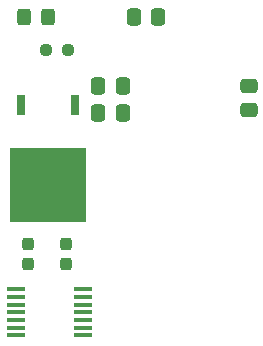
<source format=gbr>
%TF.GenerationSoftware,KiCad,Pcbnew,(7.0.0-0)*%
%TF.CreationDate,2023-10-07T19:29:10-07:00*%
%TF.ProjectId,tiny_rocket_av_bay,74696e79-5f72-46f6-936b-65745f61765f,rev?*%
%TF.SameCoordinates,Original*%
%TF.FileFunction,Paste,Bot*%
%TF.FilePolarity,Positive*%
%FSLAX46Y46*%
G04 Gerber Fmt 4.6, Leading zero omitted, Abs format (unit mm)*
G04 Created by KiCad (PCBNEW (7.0.0-0)) date 2023-10-07 19:29:10*
%MOMM*%
%LPD*%
G01*
G04 APERTURE LIST*
G04 Aperture macros list*
%AMRoundRect*
0 Rectangle with rounded corners*
0 $1 Rounding radius*
0 $2 $3 $4 $5 $6 $7 $8 $9 X,Y pos of 4 corners*
0 Add a 4 corners polygon primitive as box body*
4,1,4,$2,$3,$4,$5,$6,$7,$8,$9,$2,$3,0*
0 Add four circle primitives for the rounded corners*
1,1,$1+$1,$2,$3*
1,1,$1+$1,$4,$5*
1,1,$1+$1,$6,$7*
1,1,$1+$1,$8,$9*
0 Add four rect primitives between the rounded corners*
20,1,$1+$1,$2,$3,$4,$5,0*
20,1,$1+$1,$4,$5,$6,$7,0*
20,1,$1+$1,$6,$7,$8,$9,0*
20,1,$1+$1,$8,$9,$2,$3,0*%
G04 Aperture macros list end*
%ADD10R,0.711200X1.701800*%
%ADD11R,6.553200X6.223000*%
%ADD12RoundRect,0.250000X-0.337500X-0.475000X0.337500X-0.475000X0.337500X0.475000X-0.337500X0.475000X0*%
%ADD13RoundRect,0.237500X-0.237500X0.300000X-0.237500X-0.300000X0.237500X-0.300000X0.237500X0.300000X0*%
%ADD14RoundRect,0.250000X-0.475000X0.337500X-0.475000X-0.337500X0.475000X-0.337500X0.475000X0.337500X0*%
%ADD15RoundRect,0.237500X0.250000X0.237500X-0.250000X0.237500X-0.250000X-0.237500X0.250000X-0.237500X0*%
%ADD16RoundRect,0.100000X0.687500X0.100000X-0.687500X0.100000X-0.687500X-0.100000X0.687500X-0.100000X0*%
%ADD17RoundRect,0.250000X0.325000X0.450000X-0.325000X0.450000X-0.325000X-0.450000X0.325000X-0.450000X0*%
%ADD18RoundRect,0.237500X0.237500X-0.300000X0.237500X0.300000X-0.237500X0.300000X-0.237500X-0.300000X0*%
G04 APERTURE END LIST*
D10*
%TO.C,U5*%
X47356998Y-84175599D03*
D11*
X49656999Y-90931999D03*
D10*
X51957000Y-84175599D03*
%TD*%
D12*
%TO.C,C5*%
X53953500Y-82550000D03*
X56028500Y-82550000D03*
%TD*%
D13*
%TO.C,C1*%
X51181000Y-95911500D03*
X51181000Y-97636500D03*
%TD*%
D14*
%TO.C,C6*%
X66675000Y-82528500D03*
X66675000Y-84603500D03*
%TD*%
D15*
%TO.C,R2*%
X51331500Y-79502000D03*
X49506500Y-79502000D03*
%TD*%
D16*
%TO.C,U6*%
X52658500Y-99764000D03*
X52658500Y-100414000D03*
X52658500Y-101064000D03*
X52658500Y-101714000D03*
X52658500Y-102364000D03*
X52658500Y-103014000D03*
X52658500Y-103664000D03*
X46933500Y-103664000D03*
X46933500Y-103014000D03*
X46933500Y-102364000D03*
X46933500Y-101714000D03*
X46933500Y-101064000D03*
X46933500Y-100414000D03*
X46933500Y-99764000D03*
%TD*%
D12*
%TO.C,C7*%
X56938000Y-76708000D03*
X59013000Y-76708000D03*
%TD*%
D17*
%TO.C,D1*%
X49666000Y-76708000D03*
X47616000Y-76708000D03*
%TD*%
D12*
%TO.C,C4*%
X53953500Y-84836000D03*
X56028500Y-84836000D03*
%TD*%
D18*
%TO.C,C2*%
X48006000Y-97636500D03*
X48006000Y-95911500D03*
%TD*%
M02*

</source>
